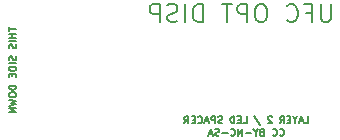
<source format=gbr>
G04 #@! TF.GenerationSoftware,KiCad,Pcbnew,(5.1.4)-1*
G04 #@! TF.CreationDate,2020-12-07T07:56:07-07:00*
G04 #@! TF.ProjectId,ufc_v4_opt_layer2,7566635f-7634-45f6-9f70-745f6c617965,rev?*
G04 #@! TF.SameCoordinates,Original*
G04 #@! TF.FileFunction,Legend,Bot*
G04 #@! TF.FilePolarity,Positive*
%FSLAX46Y46*%
G04 Gerber Fmt 4.6, Leading zero omitted, Abs format (unit mm)*
G04 Created by KiCad (PCBNEW (5.1.4)-1) date 2020-12-07 07:56:07*
%MOMM*%
%LPD*%
G04 APERTURE LIST*
%ADD10C,0.150000*%
G04 APERTURE END LIST*
D10*
X102593428Y-84239142D02*
X102593428Y-84582000D01*
X103193428Y-84410571D02*
X102593428Y-84410571D01*
X103193428Y-84782000D02*
X102593428Y-84782000D01*
X102879142Y-84782000D02*
X102879142Y-85124857D01*
X103193428Y-85124857D02*
X102593428Y-85124857D01*
X103193428Y-85410571D02*
X102593428Y-85410571D01*
X103164857Y-85667714D02*
X103193428Y-85753428D01*
X103193428Y-85896285D01*
X103164857Y-85953428D01*
X103136285Y-85982000D01*
X103079142Y-86010571D01*
X103022000Y-86010571D01*
X102964857Y-85982000D01*
X102936285Y-85953428D01*
X102907714Y-85896285D01*
X102879142Y-85782000D01*
X102850571Y-85724857D01*
X102822000Y-85696285D01*
X102764857Y-85667714D01*
X102707714Y-85667714D01*
X102650571Y-85696285D01*
X102622000Y-85724857D01*
X102593428Y-85782000D01*
X102593428Y-85924857D01*
X102622000Y-86010571D01*
X103164857Y-86696285D02*
X103193428Y-86782000D01*
X103193428Y-86924857D01*
X103164857Y-86982000D01*
X103136285Y-87010571D01*
X103079142Y-87039142D01*
X103022000Y-87039142D01*
X102964857Y-87010571D01*
X102936285Y-86982000D01*
X102907714Y-86924857D01*
X102879142Y-86810571D01*
X102850571Y-86753428D01*
X102822000Y-86724857D01*
X102764857Y-86696285D01*
X102707714Y-86696285D01*
X102650571Y-86724857D01*
X102622000Y-86753428D01*
X102593428Y-86810571D01*
X102593428Y-86953428D01*
X102622000Y-87039142D01*
X103193428Y-87296285D02*
X102593428Y-87296285D01*
X103193428Y-87582000D02*
X102593428Y-87582000D01*
X102593428Y-87724857D01*
X102622000Y-87810571D01*
X102679142Y-87867714D01*
X102736285Y-87896285D01*
X102850571Y-87924857D01*
X102936285Y-87924857D01*
X103050571Y-87896285D01*
X103107714Y-87867714D01*
X103164857Y-87810571D01*
X103193428Y-87724857D01*
X103193428Y-87582000D01*
X102879142Y-88182000D02*
X102879142Y-88382000D01*
X103193428Y-88467714D02*
X103193428Y-88182000D01*
X102593428Y-88182000D01*
X102593428Y-88467714D01*
X103193428Y-89182000D02*
X102593428Y-89182000D01*
X102593428Y-89324857D01*
X102622000Y-89410571D01*
X102679142Y-89467714D01*
X102736285Y-89496285D01*
X102850571Y-89524857D01*
X102936285Y-89524857D01*
X103050571Y-89496285D01*
X103107714Y-89467714D01*
X103164857Y-89410571D01*
X103193428Y-89324857D01*
X103193428Y-89182000D01*
X102593428Y-89896285D02*
X102593428Y-90010571D01*
X102622000Y-90067714D01*
X102679142Y-90124857D01*
X102793428Y-90153428D01*
X102993428Y-90153428D01*
X103107714Y-90124857D01*
X103164857Y-90067714D01*
X103193428Y-90010571D01*
X103193428Y-89896285D01*
X103164857Y-89839142D01*
X103107714Y-89782000D01*
X102993428Y-89753428D01*
X102793428Y-89753428D01*
X102679142Y-89782000D01*
X102622000Y-89839142D01*
X102593428Y-89896285D01*
X102593428Y-90353428D02*
X103193428Y-90496285D01*
X102764857Y-90610571D01*
X103193428Y-90724857D01*
X102593428Y-90867714D01*
X103193428Y-91096285D02*
X102593428Y-91096285D01*
X103193428Y-91439142D01*
X102593428Y-91439142D01*
X127648857Y-92371928D02*
X127934571Y-92371928D01*
X127934571Y-91771928D01*
X127477428Y-92200500D02*
X127191714Y-92200500D01*
X127534571Y-92371928D02*
X127334571Y-91771928D01*
X127134571Y-92371928D01*
X126820285Y-92086214D02*
X126820285Y-92371928D01*
X127020285Y-91771928D02*
X126820285Y-92086214D01*
X126620285Y-91771928D01*
X126420285Y-92057642D02*
X126220285Y-92057642D01*
X126134571Y-92371928D02*
X126420285Y-92371928D01*
X126420285Y-91771928D01*
X126134571Y-91771928D01*
X125534571Y-92371928D02*
X125734571Y-92086214D01*
X125877428Y-92371928D02*
X125877428Y-91771928D01*
X125648857Y-91771928D01*
X125591714Y-91800500D01*
X125563142Y-91829071D01*
X125534571Y-91886214D01*
X125534571Y-91971928D01*
X125563142Y-92029071D01*
X125591714Y-92057642D01*
X125648857Y-92086214D01*
X125877428Y-92086214D01*
X124848857Y-91829071D02*
X124820285Y-91800500D01*
X124763142Y-91771928D01*
X124620285Y-91771928D01*
X124563142Y-91800500D01*
X124534571Y-91829071D01*
X124506000Y-91886214D01*
X124506000Y-91943357D01*
X124534571Y-92029071D01*
X124877428Y-92371928D01*
X124506000Y-92371928D01*
X123363142Y-91743357D02*
X123877428Y-92514785D01*
X122420285Y-92371928D02*
X122706000Y-92371928D01*
X122706000Y-91771928D01*
X122220285Y-92057642D02*
X122020285Y-92057642D01*
X121934571Y-92371928D02*
X122220285Y-92371928D01*
X122220285Y-91771928D01*
X121934571Y-91771928D01*
X121677428Y-92371928D02*
X121677428Y-91771928D01*
X121534571Y-91771928D01*
X121448857Y-91800500D01*
X121391714Y-91857642D01*
X121363142Y-91914785D01*
X121334571Y-92029071D01*
X121334571Y-92114785D01*
X121363142Y-92229071D01*
X121391714Y-92286214D01*
X121448857Y-92343357D01*
X121534571Y-92371928D01*
X121677428Y-92371928D01*
X120648857Y-92343357D02*
X120563142Y-92371928D01*
X120420285Y-92371928D01*
X120363142Y-92343357D01*
X120334571Y-92314785D01*
X120306000Y-92257642D01*
X120306000Y-92200500D01*
X120334571Y-92143357D01*
X120363142Y-92114785D01*
X120420285Y-92086214D01*
X120534571Y-92057642D01*
X120591714Y-92029071D01*
X120620285Y-92000500D01*
X120648857Y-91943357D01*
X120648857Y-91886214D01*
X120620285Y-91829071D01*
X120591714Y-91800500D01*
X120534571Y-91771928D01*
X120391714Y-91771928D01*
X120306000Y-91800500D01*
X120048857Y-92371928D02*
X120048857Y-91771928D01*
X119820285Y-91771928D01*
X119763142Y-91800500D01*
X119734571Y-91829071D01*
X119706000Y-91886214D01*
X119706000Y-91971928D01*
X119734571Y-92029071D01*
X119763142Y-92057642D01*
X119820285Y-92086214D01*
X120048857Y-92086214D01*
X119477428Y-92200500D02*
X119191714Y-92200500D01*
X119534571Y-92371928D02*
X119334571Y-91771928D01*
X119134571Y-92371928D01*
X118591714Y-92314785D02*
X118620285Y-92343357D01*
X118706000Y-92371928D01*
X118763142Y-92371928D01*
X118848857Y-92343357D01*
X118906000Y-92286214D01*
X118934571Y-92229071D01*
X118963142Y-92114785D01*
X118963142Y-92029071D01*
X118934571Y-91914785D01*
X118906000Y-91857642D01*
X118848857Y-91800500D01*
X118763142Y-91771928D01*
X118706000Y-91771928D01*
X118620285Y-91800500D01*
X118591714Y-91829071D01*
X118334571Y-92057642D02*
X118134571Y-92057642D01*
X118048857Y-92371928D02*
X118334571Y-92371928D01*
X118334571Y-91771928D01*
X118048857Y-91771928D01*
X117448857Y-92371928D02*
X117648857Y-92086214D01*
X117791714Y-92371928D02*
X117791714Y-91771928D01*
X117563142Y-91771928D01*
X117506000Y-91800500D01*
X117477428Y-91829071D01*
X117448857Y-91886214D01*
X117448857Y-91971928D01*
X117477428Y-92029071D01*
X117506000Y-92057642D01*
X117563142Y-92086214D01*
X117791714Y-92086214D01*
X125506000Y-93364785D02*
X125534571Y-93393357D01*
X125620285Y-93421928D01*
X125677428Y-93421928D01*
X125763142Y-93393357D01*
X125820285Y-93336214D01*
X125848857Y-93279071D01*
X125877428Y-93164785D01*
X125877428Y-93079071D01*
X125848857Y-92964785D01*
X125820285Y-92907642D01*
X125763142Y-92850500D01*
X125677428Y-92821928D01*
X125620285Y-92821928D01*
X125534571Y-92850500D01*
X125506000Y-92879071D01*
X124906000Y-93364785D02*
X124934571Y-93393357D01*
X125020285Y-93421928D01*
X125077428Y-93421928D01*
X125163142Y-93393357D01*
X125220285Y-93336214D01*
X125248857Y-93279071D01*
X125277428Y-93164785D01*
X125277428Y-93079071D01*
X125248857Y-92964785D01*
X125220285Y-92907642D01*
X125163142Y-92850500D01*
X125077428Y-92821928D01*
X125020285Y-92821928D01*
X124934571Y-92850500D01*
X124906000Y-92879071D01*
X123991714Y-93107642D02*
X123906000Y-93136214D01*
X123877428Y-93164785D01*
X123848857Y-93221928D01*
X123848857Y-93307642D01*
X123877428Y-93364785D01*
X123906000Y-93393357D01*
X123963142Y-93421928D01*
X124191714Y-93421928D01*
X124191714Y-92821928D01*
X123991714Y-92821928D01*
X123934571Y-92850500D01*
X123906000Y-92879071D01*
X123877428Y-92936214D01*
X123877428Y-92993357D01*
X123906000Y-93050500D01*
X123934571Y-93079071D01*
X123991714Y-93107642D01*
X124191714Y-93107642D01*
X123477428Y-93136214D02*
X123477428Y-93421928D01*
X123677428Y-92821928D02*
X123477428Y-93136214D01*
X123277428Y-92821928D01*
X123077428Y-93193357D02*
X122620285Y-93193357D01*
X122334571Y-93421928D02*
X122334571Y-92821928D01*
X121991714Y-93421928D01*
X121991714Y-92821928D01*
X121363142Y-93364785D02*
X121391714Y-93393357D01*
X121477428Y-93421928D01*
X121534571Y-93421928D01*
X121620285Y-93393357D01*
X121677428Y-93336214D01*
X121706000Y-93279071D01*
X121734571Y-93164785D01*
X121734571Y-93079071D01*
X121706000Y-92964785D01*
X121677428Y-92907642D01*
X121620285Y-92850500D01*
X121534571Y-92821928D01*
X121477428Y-92821928D01*
X121391714Y-92850500D01*
X121363142Y-92879071D01*
X121106000Y-93193357D02*
X120648857Y-93193357D01*
X120391714Y-93393357D02*
X120306000Y-93421928D01*
X120163142Y-93421928D01*
X120106000Y-93393357D01*
X120077428Y-93364785D01*
X120048857Y-93307642D01*
X120048857Y-93250500D01*
X120077428Y-93193357D01*
X120106000Y-93164785D01*
X120163142Y-93136214D01*
X120277428Y-93107642D01*
X120334571Y-93079071D01*
X120363142Y-93050500D01*
X120391714Y-92993357D01*
X120391714Y-92936214D01*
X120363142Y-92879071D01*
X120334571Y-92850500D01*
X120277428Y-92821928D01*
X120134571Y-92821928D01*
X120048857Y-92850500D01*
X119820285Y-93250500D02*
X119534571Y-93250500D01*
X119877428Y-93421928D02*
X119677428Y-92821928D01*
X119477428Y-93421928D01*
X129848857Y-82304071D02*
X129848857Y-83518357D01*
X129777428Y-83661214D01*
X129706000Y-83732642D01*
X129563142Y-83804071D01*
X129277428Y-83804071D01*
X129134571Y-83732642D01*
X129063142Y-83661214D01*
X128991714Y-83518357D01*
X128991714Y-82304071D01*
X127777428Y-83018357D02*
X128277428Y-83018357D01*
X128277428Y-83804071D02*
X128277428Y-82304071D01*
X127563142Y-82304071D01*
X126134571Y-83661214D02*
X126206000Y-83732642D01*
X126420285Y-83804071D01*
X126563142Y-83804071D01*
X126777428Y-83732642D01*
X126920285Y-83589785D01*
X126991714Y-83446928D01*
X127063142Y-83161214D01*
X127063142Y-82946928D01*
X126991714Y-82661214D01*
X126920285Y-82518357D01*
X126777428Y-82375500D01*
X126563142Y-82304071D01*
X126420285Y-82304071D01*
X126206000Y-82375500D01*
X126134571Y-82446928D01*
X124063142Y-82304071D02*
X123777428Y-82304071D01*
X123634571Y-82375500D01*
X123491714Y-82518357D01*
X123420285Y-82804071D01*
X123420285Y-83304071D01*
X123491714Y-83589785D01*
X123634571Y-83732642D01*
X123777428Y-83804071D01*
X124063142Y-83804071D01*
X124206000Y-83732642D01*
X124348857Y-83589785D01*
X124420285Y-83304071D01*
X124420285Y-82804071D01*
X124348857Y-82518357D01*
X124206000Y-82375500D01*
X124063142Y-82304071D01*
X122777428Y-83804071D02*
X122777428Y-82304071D01*
X122206000Y-82304071D01*
X122063142Y-82375500D01*
X121991714Y-82446928D01*
X121920285Y-82589785D01*
X121920285Y-82804071D01*
X121991714Y-82946928D01*
X122063142Y-83018357D01*
X122206000Y-83089785D01*
X122777428Y-83089785D01*
X121491714Y-82304071D02*
X120634571Y-82304071D01*
X121063142Y-83804071D02*
X121063142Y-82304071D01*
X118991714Y-83804071D02*
X118991714Y-82304071D01*
X118634571Y-82304071D01*
X118420285Y-82375500D01*
X118277428Y-82518357D01*
X118206000Y-82661214D01*
X118134571Y-82946928D01*
X118134571Y-83161214D01*
X118206000Y-83446928D01*
X118277428Y-83589785D01*
X118420285Y-83732642D01*
X118634571Y-83804071D01*
X118991714Y-83804071D01*
X117491714Y-83804071D02*
X117491714Y-82304071D01*
X116848857Y-83732642D02*
X116634571Y-83804071D01*
X116277428Y-83804071D01*
X116134571Y-83732642D01*
X116063142Y-83661214D01*
X115991714Y-83518357D01*
X115991714Y-83375500D01*
X116063142Y-83232642D01*
X116134571Y-83161214D01*
X116277428Y-83089785D01*
X116563142Y-83018357D01*
X116706000Y-82946928D01*
X116777428Y-82875500D01*
X116848857Y-82732642D01*
X116848857Y-82589785D01*
X116777428Y-82446928D01*
X116706000Y-82375500D01*
X116563142Y-82304071D01*
X116206000Y-82304071D01*
X115991714Y-82375500D01*
X115348857Y-83804071D02*
X115348857Y-82304071D01*
X114777428Y-82304071D01*
X114634571Y-82375500D01*
X114563142Y-82446928D01*
X114491714Y-82589785D01*
X114491714Y-82804071D01*
X114563142Y-82946928D01*
X114634571Y-83018357D01*
X114777428Y-83089785D01*
X115348857Y-83089785D01*
M02*

</source>
